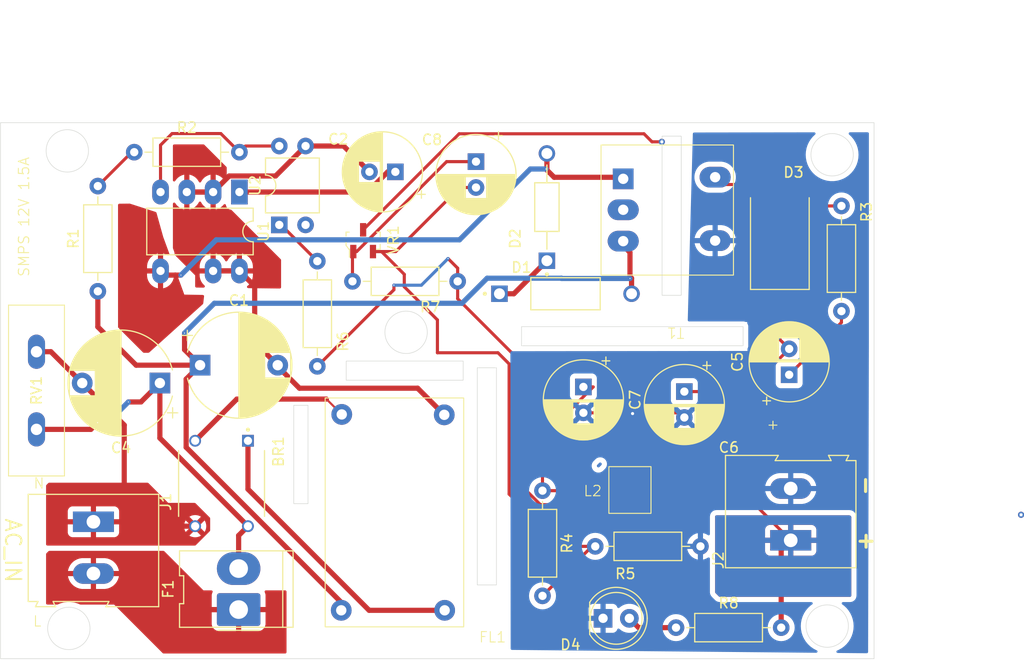
<source format=kicad_pcb>
(kicad_pcb (version 20240108) (generator "pcbnew") (generator_version "8.0")
  (layers (0 "F.Cu" signal) (31 "B.Cu" signal) (34 "B.Paste" user) (35 "F.Paste" user) (36 "B.SilkS" user "B.Silkscreen") (37 "F.SilkS" user "F.Silkscreen") (38 "B.Mask" user) (39 "F.Mask" user) (44 "Edge.Cuts" user))
  (net 0 "")
  (net 1 "EN{slash}UV")
  (net 2 "Net-(U1-BP)")
  (net 3 "Net-(T1-SA)")
  (net 4 "OUTPUT")
  (net 5 "Net-(R6-Pad1)")
  (net 6 "GND2")
  (net 7 "Net-(VR1-REF)")
  (net 8 "Net-(BR1-Pad4)")
  (net 9 "Net-(C5-Pad1)")
  (net 10 "Net-(D3-K)")
  (net 11 "VOUT")
  (net 12 "Net-(D3-A)")
  (net 13 "Net-(BR1-Pad2)")
  (net 14 "Net-(BR1-Pad1)")
  (net 15 "Net-(R1-Pad2)")
  (net 17 "AC_N")
  (net 18 "AC_L")
  (net 19 "Net-(D1-PadC)")
  (net 20 "Net-(D4-A)")
  (net 21 "source")
  (net 22 "Drain")
  (footprint "Capacitor_THT:CP_Radial_D7.5mm_P2.50mm" (layer "F.Cu") (at 105.325 135.45 90)
    (property "Reference" "C5" (at 1.25 -5 90) (layer "F.SilkS"))
    (property "Value" "470uF 50V")
    (pad "1" thru_hole rect (at 0 0 90) (size 1.6 1.6) (drill 0.8) (layers "*.Cu" "*.Mask") (net 9 "Net-(C5-Pad1)"))
    (pad "2" thru_hole circle (at 2.5 0 90) (size 1.6 1.6) (drill 0.8) (layers "*.Cu" "*.Mask") (net 10 "Net-(D3-K)"))
  )
  (footprint "Resistor_THT:R_Axial_DIN0207_L6.3mm_D2.5mm_P10.16mm_Horizontal" (layer "F.Cu") (at 86.595 152.025)
    (property "Reference" "R5" (at 2.905 2.65 0) (layer "F.SilkS"))
    (property "Value" "9.09k")
    (pad "1" thru_hole circle (at 0 0) (size 1.6 1.6) (drill 0.8) (layers "*.Cu" "*.Mask") (net 7 "Net-(VR1-REF)"))
    (pad "2" thru_hole oval (at 10.16 0) (size 1.6 1.6) (drill 0.8) (layers "*.Cu" "*.Mask") (net 6 "GND2"))
  )
  (footprint "P6KE200A:DIOAD1276W78L760D360" (layer "F.Cu") (at 83.722 127.625)
    (property "Reference" "D1" (at -4.25 -2.546 0) (layer "F.SilkS"))
    (property "Value" "P6KE200A")
    (pad "A" thru_hole circle (at 6.38 0) (size 1.59 1.59) (drill 1.06) (layers "*.Cu" "*.Mask") (net 3 "Net-(T1-SA)"))
    (pad "C" thru_hole rect (at -6.38 0) (size 1.59 1.59) (drill 1.06) (layers "*.Cu" "*.Mask") (net 19 "Net-(D1-PadC)"))
  )
  (footprint "Resistor_THT:R_Axial_DIN0207_L6.3mm_D2.5mm_P10.16mm_Horizontal" (layer "F.Cu") (at 38.55 127.385 90)
    (property "Reference" "R1" (at 5.08 -2.37 90) (layer "F.SilkS"))
    (property "Value" "1M")
    (pad "1" thru_hole circle (at 0 0 90) (size 1.6 1.6) (drill 0.8) (layers "*.Cu" "*.Mask") (net 3 "Net-(T1-SA)"))
    (pad "2" thru_hole oval (at 10.16 0 90) (size 1.6 1.6) (drill 0.8) (layers "*.Cu" "*.Mask") (net 15 "Net-(R1-Pad2)"))
  )
  (footprint "TerminalBlock:TerminalBlock_Altech_AK300-2_P5.00mm" (layer "F.Cu") (at 38.125 149.65 -90)
    (property "Reference" "J1" (at -1.92 -6.99 -90) (layer "F.SilkS"))
    (property "Value" "INPUT_AC" (hide yes))
    (pad "1" thru_hole rect (at 0 0 270) (size 1.98 3.96) (drill 1.32) (layers "*.Cu" "*.Mask") (net 17 "AC_N"))
    (pad "2" thru_hole oval (at 5 0 270) (size 1.98 3.96) (drill 1.32) (layers "*.Cu" "*.Mask") (net 18 "AC_L"))
  )
  (footprint "Resistor_THT:R_Axial_DIN0207_L6.3mm_D2.5mm_P10.16mm_Horizontal" (layer "F.Cu") (at 42.065 113.95)
    (property "Reference" "R2" (at 5.08 -2.37 0) (layer "F.SilkS"))
    (property "Value" "1M")
    (pad "1" thru_hole circle (at 0 0) (size 1.6 1.6) (drill 0.8) (layers "*.Cu" "*.Mask") (net 15 "Net-(R1-Pad2)"))
    (pad "2" thru_hole oval (at 10.16 0) (size 1.6 1.6) (drill 0.8) (layers "*.Cu" "*.Mask") (net 1 "EN{slash}UV"))
  )
  (footprint "Capacitor_THT:CP_Radial_D10.0mm_P7.50mm" (layer "F.Cu") (at 44.542677 136.25 180)
    (property "Reference" "C4" (at 3.75 -6.25 0) (layer "F.SilkS"))
    (property "Value" "22uF 400V")
    (pad "1" thru_hole rect (at 0 0 180) (size 2 2) (drill 1) (layers "*.Cu" "*.Mask") (net 8 "Net-(BR1-Pad4)"))
    (pad "2" thru_hole circle (at 7.5 0 180) (size 2 2) (drill 1) (layers "*.Cu" "*.Mask") (net 17 "AC_N"))
  )
  (footprint "Capacitor_THT:CP_Radial_D7.5mm_P2.50mm" (layer "F.Cu") (at 95.2 137.075 -90)
    (property "Reference" "C6" (at 5.4 -4.3 0) (layer "F.SilkS"))
    (property "Value" "1500uf 25V")
    (pad "1" thru_hole rect (at 0 0 270) (size 1.6 1.6) (drill 0.8) (layers "*.Cu" "*.Mask") (net 10 "Net-(D3-K)"))
    (pad "2" thru_hole circle (at 2.5 0 270) (size 1.6 1.6) (drill 0.8) (layers "*.Cu" "*.Mask") (net 6 "GND2"))
  )
  (footprint "Resistor_THT:R_Axial_DIN0207_L6.3mm_D2.5mm_P10.16mm_Horizontal" (layer "F.Cu") (at 94.395 159.875)
    (property "Reference" "R8" (at 5.08 -2.37 360) (layer "F.SilkS"))
    (property "Value" "588")
    (pad "1" thru_hole circle (at 0 0) (size 1.6 1.6) (drill 0.8) (layers "*.Cu" "*.Mask") (net 20 "Net-(D4-A)"))
    (pad "2" thru_hole oval (at 10.16 0) (size 1.6 1.6) (drill 0.8) (layers "*.Cu" "*.Mask") (net 11 "VOUT"))
  )
  (footprint "Resistor_THT:R_Axial_DIN0207_L6.3mm_D2.5mm_P10.16mm_Horizontal" (layer "F.Cu") (at 110.375 119.145 -90)
    (property "Reference" "R3" (at 0.58 -2.425 90) (layer "F.SilkS"))
    (property "Value" "22")
    (pad "1" thru_hole circle (at 0 0 270) (size 1.6 1.6) (drill 0.8) (layers "*.Cu" "*.Mask") (net 12 "Net-(D3-A)"))
    (pad "2" thru_hole oval (at 10.16 0 270) (size 1.6 1.6) (drill 0.8) (layers "*.Cu" "*.Mask") (net 9 "Net-(C5-Pad1)"))
  )
  (footprint "Diode_SMD:D_3220_8050Metric_Pad2.65x5.15mm_HandSolder" (layer "F.Cu") (at 104.425 122.35 90)
    (property "Reference" "D3" (at 6.45 1.325 180) (layer "F.SilkS"))
    (property "Value" "D_Schottky" (hide yes))
    (pad "1" smd roundrect (at -3.275 0 90) (size 2.65 5.15) (layers "F.Cu" "F.Paste" "F.Mask") (roundrect_rratio 0.09434) (net 10 "Net-(D3-K)"))
    (pad "2" smd roundrect (at 3.275 0 90) (size 2.65 5.15) (layers "F.Cu" "F.Paste" "F.Mask") (roundrect_rratio 0.09434) (net 12 "Net-(D3-A)"))
  )
  (footprint "DB107:DIP825W50P509L880H320Q4" (layer "F.Cu") (at 50.5 145.95 -90)
    (property "Reference" "BR1" (at -3.075 -5.5 90) (layer "F.SilkS"))
    (property "Value" "DB107")
    (pad "1" thru_hole rect (at -4.125 -2.55 270) (size 1.14 1.14) (drill 0.79) (layers "*.Cu" "*.Mask") (net 14 "Net-(BR1-Pad1)"))
    (pad "2" thru_hole circle (at -4.125 2.55 270) (size 1.14 1.14) (drill 0.79) (layers "*.Cu" "*.Mask") (net 13 "Net-(BR1-Pad2)"))
    (pad "3" thru_hole circle (at 4.125 2.55 270) (size 1.14 1.14) (drill 0.79) (layers "*.Cu" "*.Mask") (net 17 "AC_N"))
    (pad "4" thru_hole circle (at 4.125 -2.55 270) (size 1.14 1.14) (drill 0.79) (layers "*.Cu" "*.Mask") (net 8 "Net-(BR1-Pad4)"))
  )
  (footprint "Capacitor_THT:CP_Radial_D10.0mm_P7.50mm" (layer "F.Cu") (at 48.425 134.525)
    (property "Reference" "C1" (at 3.75 -6.25 0) (layer "F.SilkS"))
    (property "Value" "22uF 400V")
    (pad "1" thru_hole rect (at 0 0) (size 2 2) (drill 1) (layers "*.Cu" "*.Mask") (net 3 "Net-(T1-SA)"))
    (pad "2" thru_hole circle (at 7.5 0) (size 2 2) (drill 1) (layers "*.Cu" "*.Mask") (net 21 "source"))
  )
  (footprint "Resistor_THT:R_Axial_DIN0207_L6.3mm_D2.5mm_P10.16mm_Horizontal" (layer "F.Cu") (at 59.75 124.475 -90)
    (property "Reference" "R6" (at 7.76 -2.475 90) (layer "F.SilkS"))
    (property "Value" "133 1%")
    (pad "1" thru_hole circle (at 0 0 270) (size 1.6 1.6) (drill 0.8) (layers "*.Cu" "*.Mask") (net 5 "Net-(R6-Pad1)"))
    (pad "2" thru_hole oval (at 10.16 0 270) (size 1.6 1.6) (drill 0.8) (layers "*.Cu" "*.Mask") (net 10 "Net-(D3-K)"))
  )
  (footprint "Custom_parts:CD43 3.3uH 1A" (layer "F.Cu") (at 94.37 146.04 90)
    (property "Reference" "L2" (at -0.635 -8.02 0) (layer "F.SilkS") (effects (font (thickness 0.1))))
    (property "Value" "3.3uH 2.66A")
    (pad "1" smd roundrect (at -1.96 -4.42 90) (size 1.5 4) (layers "F.Cu" "F.Paste" "F.Mask") (net 10 "Net-(D3-K)"))
    (pad "2" smd roundrect (at 0.87 -4.42 90) (size 1.5 4) (layers "F.Cu" "F.Paste" "F.Mask") (net 11 "VOUT"))
  )
  (footprint "LED_THT:LED_D5.0mm" (layer "F.Cu") (at 87.35 158.975)
    (property "Reference" "D4" (at -3.15 2.55 360) (layer "F.SilkS"))
    (property "Value" "LED")
    (pad "1" thru_hole rect (at 0 0) (size 1.8 1.8) (drill 0.9) (layers "*.Cu" "*.Mask") (net 6 "GND2"))
    (pad "2" thru_hole circle (at 2.54 0) (size 1.8 1.8) (drill 0.9) (layers "*.Cu" "*.Mask") (net 20 "Net-(D4-A)"))
  )
  (footprint "Capacitor_THT:CP_Radial_D7.5mm_P2.50mm" (layer "F.Cu") (at 85.45 136.625 -90)
    (property "Reference" "C7" (at 1.25 -5 90) (layer "F.SilkS"))
    (property "Value" "100uf 25V")
    (pad "1" thru_hole rect (at 0 0 270) (size 1.6 1.6) (drill 0.8) (layers "*.Cu" "*.Mask") (net 11 "VOUT"))
    (pad "2" thru_hole circle (at 2.5 0 270) (size 1.6 1.6) (drill 0.8) (layers "*.Cu" "*.Mask") (net 6 "GND2"))
  )
  (footprint "Capacitor_THT:CP_Radial_D7.5mm_P2.50mm" (layer "F.Cu") (at 67.286395 115.85 180)
    (property "Reference" "C2" (at 5.511395 3.15 0) (layer "F.SilkS"))
    (property "Value" "0.1uF,16V")
    (pad "1" thru_hole rect (at 0 0 180) (size 1.6 1.6) (drill 0.8) (layers "*.Cu" "*.Mask") (net 2 "Net-(U1-BP)"))
    (pad "2" thru_hole circle (at 2.5 0 180) (size 1.6 1.6) (drill 0.8) (layers "*.Cu" "*.Mask") (net 21 "source"))
  )
  (footprint "MOV-14D471K:MOV14D471K" (layer "F.Cu") (at 32.625 136.975 -90)
    (property "Reference" "RV1" (at 0 0 90) (layer "F.SilkS"))
    (property "Value" "MOV-14D471K-275V")
    (pad "1" thru_hole oval (at -3.75 0 270) (size 3.3 1.65) (drill 1.1) (layers "*.Cu" "*.Mask") (net 17 "AC_N"))
    (pad "2" thru_hole oval (at 3.75 0 270) (size 3.3 1.65) (drill 1.1) (layers "*.Cu" "*.Mask") (net 8 "Net-(BR1-Pad4)"))
  )
  (footprint "Connector_Molex:Molex_KK-396_5273-02A_1x02_P3.96mm_Vertical" (layer "F.Cu") (at 52.15 158.13 90)
    (property "Reference" "F1" (at 1.98 -6.8 90) (layer "F.SilkS"))
    (property "Value" "1A 250VAC")
    (pad "1" thru_hole roundrect (at 0 0 90) (size 3.16 4.2) (drill 1.8) (layers "*.Cu" "*.Mask") (roundrect_rratio 0.079114) (net 18 "AC_L"))
    (pad "2" thru_hole oval (at 3.96 0 90) (size 3.16 4.2) (drill 1.8) (layers "*.Cu" "*.Mask") (net 8 "Net-(BR1-Pad4)"))
  )
  (footprint "Package_DIP:DIP-4_W7.62mm" (layer "F.Cu") (at 56.075 120.975 90)
    (property "Reference" "U2" (at 3.81 -2.33 90) (layer "F.SilkS"))
    (property "Value" "PC817")
    (pad "1" thru_hole rect (at 0 0 90) (size 1.6 1.6) (drill 0.8) (layers "*.Cu" "*.Mask") (net 5 "Net-(R6-Pad1)"))
    (pad "2" thru_hole oval (at 0 2.54 90) (size 1.6 1.6) (drill 0.8) (layers "*.Cu" "*.Mask") (net 4 "OUTPUT"))
    (pad "3" thru_hole oval (at 7.62 2.54 90) (size 1.6 1.6) (drill 0.8) (layers "*.Cu" "*.Mask") (net 21 "source"))
    (pad "4" thru_hole oval (at 7.62 0 90) (size 1.6 1.6) (drill 0.8) (layers "*.Cu" "*.Mask") (net 1 "EN{slash}UV"))
  )
  (footprint "Resistor_THT:R_Axial_DIN0207_L6.3mm_D2.5mm_P10.16mm_Horizontal" (layer "F.Cu") (at 73.305 126.425 180)
    (property "Reference" "R7" (at 2.655 -2.475 0) (layer "F.SilkS"))
    (property "Value" "1K")
    (pad "1" thru_hole circle (at 0 0 180) (size 1.6 1.6) (drill 0.8) (layers "*.Cu" "*.Mask") (net 10 "Net-(D3-K)"))
    (pad "2" thru_hole oval (at 10.16 0 180) (size 1.6 1.6) (drill 0.8) (layers "*.Cu" "*.Mask") (net 4 "OUTPUT"))
  )
  (footprint "CMF16-103161:CMF16-103161" (layer "F.Cu") (at 63.660888 126.650888 180)
    (property "Reference" "FL1" (at -13.014112 -34.149112 0) (layer "F.SilkS") (effects (font (thickness 0.1))))
    (property "Value" "CMF16-103161-B")
    (pad "1" thru_hole circle (at -8.35 -12.67 180) (size 2 2) (drill 1) (layers "*.Cu" "*.Mask") (net 21 "source"))
    (pad "2" thru_hole circle (at 1.55 -12.63 180) (size 2 2) (drill 1) (layers "*.Cu" "*.Mask") (net 13 "Net-(BR1-Pad2)"))
    (pad "3" thru_hole circle (at -8.39 -31.55 180) (size 2 2) (drill 1) (layers "*.Cu" "*.Mask") (net 14 "Net-(BR1-Pad1)"))
    (pad "4" thru_hole circle (at 1.6 -31.55 180) (size 2 2) (drill 1) (layers "*.Cu" "*.Mask") (net 3 "Net-(T1-SA)"))
  )
  (footprint "FR106G:DIOAD1036W78L470D235" (layer "F.Cu") (at 81.925 119.255 90)
    (property "Reference" "D2" (at -3.05 -3.06 90) (layer "F.SilkS"))
    (property "Value" "FR106G")
    (pad "A" thru_hole circle (at 5.18 0 90) (size 1.59 1.59) (drill 1.06) (layers "*.Cu" "*.Mask") (net 22 "Drain"))
    (pad "C" thru_hole rect (at -5.18 0 90) (size 1.59 1.59) (drill 1.06) (layers "*.Cu" "*.Mask") (net 19 "Net-(D1-PadC)"))
  )
  (footprint "digikey-footprints:SOT-23-3" (layer "F.Cu") (at 64.175 122.5 90)
    (property "Reference" "VR1" (at 0.075 2.925 90) (layer "F.SilkS"))
    (property "Value" "TL431AIDBZR" (hide yes))
    (pad "1" smd rect (at -1.05 -0.95 90) (size 1.3 0.6) (layers "F.Cu" "F.Paste" "F.Mask") (net 4 "OUTPUT"))
    (pad "2" smd rect (at -1.05 0.95 90) (size 1.3 0.6) (layers "F.Cu" "F.Paste" "F.Mask") (net 7 "Net-(VR1-REF)"))
    (pad "3" smd rect (at 1.05 0 90) (size 1.3 0.6) (layers "F.Cu" "F.Paste" "F.Mask") (net 6 "GND2"))
  )
  (footprint "TerminalBlock:TerminalBlock_Altech_AK300-2_P5.00mm" (layer "F.Cu") (at 105.475 151.44 90)
    (property "Reference" "J2" (at -1.92 -6.99 90) (layer "F.SilkS"))
    (property "Value" "OUTPUT_DC" (hide yes))
    (pad "1" thru_hole rect (at 0 0 90) (size 1.98 3.96) (drill 1.32) (layers "*.Cu" "*.Mask") (net 11 "VOUT"))
    (pad "2" thru_hole oval (at 5 0 90) (size 1.98 3.96) (drill 1.32) (layers "*.Cu" "*.Mask") (net 6 "GND2"))
  )
  (footprint "Package_DIP:PowerIntegrations_PDIP-8B" (layer "F.Cu") (at 52.225 117.8 -90)
    (property "Reference" "U1" (at 3.81 -2.33 90) (layer "F.SilkS"))
    (property "Value" "TNY268P" (hide yes))
    (pad "1" thru_hole rect (at 0 0 270) (size 2.4 1.6) (drill 0.8) (layers "*.Cu" "*.Mask") (net 2 "Net-(U1-BP)"))
    (pad "2" thru_hole oval (at 0 2.54 270) (size 2.4 1.6) (drill 0.8) (layers "*.Cu" "*.Mask") (net 21 "source"))
    (pad "3" thru_hole oval (at 0 5.08 270) (size 2.4 1.6) (drill 0.8) (layers "*.Cu" "*.Mask") (net 21 "source"))
    (pad "4" thru_hole oval (at 0 7.62 270) (size 2.4 1.6) (drill 0.8) (layers "*.Cu" "*.Mask") (net 1 "EN{slash}UV"))
    (pad "5" thru_hole oval (at 7.62 7.62 270) (size 2.4 1.6) (drill 0.8) (layers "*.Cu" "*.Mask") (net 22 "Drain"))
    (pad "7" thru_hole oval (at 7.62 2.54 270) (size 2.4 1.6) (drill 0.8) (layers "*.Cu" "*.Mask") (net 21 "source"))
    (pad "8" thru_hole oval (at 7.62 0 270) (size 2.4 1.6) (drill 0.8) (layers "*.Cu" "*.Mask") (net 21 "source"))
  )
  (footprint "Transformer_THT:EE16-A2" (layer "F.Cu") (at 94.355 130.895 180)
    (property "Reference" "T1" (at 0 -0.5 180) (layer "F.SilkS") (effects (font (thickness 0.1))))
    (property "Value" "Transformer_1P_SS")
    (pad "1" thru_hole oval (at -3.82 8.4 180) (size 3 2) (drill 1) (layers "*.Cu" "*.Mask") (net 6 "GND2"))
    (pad "2" thru_hole oval (at -3.82 14.53 180) (size 3 2) (drill 1) (layers "*.Cu" "*.Mask") (net 12 "Net-(D3-A)"))
    (pad "3" thru_hole oval (at 5.06 8.35 180) (size 3 2) (drill 1) (layers "*.Cu" "*.Mask") (net 3 "Net-(T1-SA)"))
    (pad "4" thru_hole oval (at 5.06 11.38 180) (size 3 2) (drill 1) (layers "*.Cu" "*.Mask"))
    (pad "5" thru_hole rect (at 5.06 14.37 180) (size 2 2) (drill 1) (layers "*.Cu" "*.Mask") (net 22 "Drain"))
  )
  (footprint "Resistor_THT:R_Axial_DIN0207_L6.3mm_D2.5mm_P10.16mm_Horizontal" (layer "F.Cu") (at 81.5 146.645 -90)
    (property "Reference" "R4" (at 5.08 -2.37 90) (layer "F.SilkS"))
    (property "Value" "23.75k")
    (pad "1" thru_hole circle (at 0 0 270) (size 1.6 1.6) (drill 0.8) (layers "*.Cu" "*.Mask") (net 11 "VOUT"))
    (pad "2" thru_hole oval (at 10.16 0 270) (size 1.6 1.6) (drill 0.8) (layers "*.Cu" "*.Mask") (net 7 "Net-(VR1-REF)"))
  )
  (footprint "Capacitor_THT:CP_Radial_D7.5mm_P2.50mm" (layer "F.Cu") (at 75.075 114.863605 -90)
    (property "Reference" "C8" (at -2.113605 4.25 180) (layer "F.SilkS"))
    (property "Value" "C")
    (pad "1" thru_hole rect (at 0 0 270) (size 1.6 1.6) (drill 0.8) (layers "*.Cu" "*.Mask") (net 4 "OUTPUT"))
    (pad "2" thru_hole circle (at 2.5 0 270) (size 1.6 1.6) (drill 0.8) (layers "*.Cu" "*.Mask") (net 7 "Net-(VR1-REF)"))
  )
  (gr_rect (start 62.5375 134.125) (end 73.8375 135.9754) (stroke (width 0.05)) (fill none) (layer "Edge.Cuts"))
  (gr_circle (center 35.6 113.825) (end 33.8 114.8) (stroke (width 0.05)) (fill none) (layer "Edge.Cuts"))
  (gr_circle (center 109 159.725) (end 107.2 160.7) (stroke (width 0.05)) (fill none) (layer "Edge.Cuts"))
  (gr_rect (start 79.475 130.7996) (end 100.875 132.65) (stroke (width 0.05)) (fill none) (layer "Edge.Cuts"))
  (gr_rect (start 57.4748 138.4) (end 58.85 147.9) (stroke (width 0.05)) (fill none) (layer "Edge.Cuts"))
  (gr_rect (start 75.2 134.775) (end 77.0504 155.75) (stroke (width 0.05)) (fill none) (layer "Edge.Cuts"))
  (gr_rect (start 93.0498 112.4) (end 94.9002 127.775) (stroke (width 0.05)) (fill none) (layer "Edge.Cuts"))
  (gr_circle (center 35.75 159.95) (end 33.95 160.925) (stroke (width 0.05)) (fill none) (layer "Edge.Cuts"))
  (gr_circle (center 68.325 131.35) (end 66.525 132.325) (stroke (width 0.05)) (fill none) (layer "Edge.Cuts"))
  (gr_rect (start 29.15 111.1) (end 113.525 162.875) (stroke (width 0.05)) (fill none) (layer "Edge.Cuts"))
  (gr_circle (center 109.475 114.2) (end 107.675 115.175) (stroke (width 0.05)) (fill none) (layer "Edge.Cuts"))
  (gr_text "L" (at 32.225 159.85 0) (layer "F.SilkS") (effects (font (size 1 1) (thickness 0.1)) (justify left bottom)))
  (gr_text "+" (at 111.625 152.3 0) (layer "F.SilkS") (effects (font (size 1.5 1.5) (thickness 0.3) (bold yes)) (justify left bottom)))
  (gr_text "SMPS 12V 1.5A" (at 32 126.05 90) (layer "F.SilkS") (effects (font (size 1 1) (thickness 0.1)) (justify left bottom)))
  (gr_text "N" (at 32.275 146.525 0) (layer "F.SilkS") (effects (font (size 1 1) (thickness 0.1)) (justify left bottom)))
  (gr_text "AC_IN" (at 29.475 149.2 -90) (layer "F.SilkS") (effects (font (size 1.5 1.5) (thickness 0.1875)) (justify left bottom)))
  (gr_text "-" (at 113.475 147.275 90) (layer "F.SilkS") (effects (font (size 1.5 1.5) (thickness 0.3) (bold yes)) (justify left bottom)))
  (gr_text "+" (at 103.075 140.825 0) (layer "F.SilkS") (effects (font (size 1 1) (thickness 0.1)) (justify left bottom)))
  (via (at 127.725 148.975) (size 0.6) (drill 0.3) (layers "F.Cu" "B.Cu") (net 0))
  (segment (start 86.9 144.25) (end 87.075 144.075) (width 0.3) (layer "B.Cu") (net 0))
  (segment (start 52.82 113.355) (end 52.225 113.95) (width 0.3) (layer "F.Cu") (net 1))
  (segment (start 56.075 113.355) (end 52.82 113.355) (width 0.3) (layer "F.Cu") (net 1))
  (segment (start 45.725 112.15) (end 50.425 112.15) (width 0.3) (layer "F.Cu") (net 1))
  (segment (start 44.605 117.8) (end 44.605 113.27) (width 0.3) (layer "F.Cu") (net 1))
  (segment (start 50.425 112.15) (end 52.225 113.95) (width 0.3) (layer "F.Cu") (net 1))
  (segment (start 44.605 113.27) (end 45.725 112.15) (width 0.3) (layer "F.Cu") (net 1))
  (segment (start 52.225 117.8) (end 64.604162 117.8) (width 0.5) (layer "F.Cu") (net 2))
  (segment (start 66.554162 115.85) (end 67.286395 115.85) (width 0.5) (layer "F.Cu") (net 2))
  (segment (start 64.604162 117.8) (end 66.554162 115.85) (width 0.5) (layer "F.Cu") (net 2))
  (segment (start 90.102 127.625) (end 90.102 126.127) (width 0.5) (layer "F.Cu") (net 3))
  (segment (start 47.08 135.87) (end 47.08 142.455) (width 0.5) (layer "F.Cu") (net 3))
  (segment (start 90.102 126.127) (end 89.95 125.975) (width 0.5) (layer "F.Cu") (net 3))
  (segment (start 89.95 125.975) (end 89.95 123.635) (width 0.5) (layer "F.Cu") (net 3))
  (segment (start 46.925 131.425) (end 46.925 133.025) (width 0.5) (layer "F.Cu") (net 3))
  (segment (start 42.25 134.525) (end 48.425 134.525) (width 0.5) (layer "F.Cu") (net 3))
  (segment (start 89.95 123.635) (end 89.295 122.98) (width 0.5) (layer "F.Cu") (net 3))
  (segment (start 62.060888 157.435888) (end 62.060888 158.200888) (width 0.2) (layer "F.Cu") (net 3))
  (segment (start 89.95 126.15) (end 89.95 125.975) (width 0.5) (layer "F.Cu") (net 3))
  (segment (start 47.08 142.455) (end 62.060888 157.435888) (width 0.5) (layer "F.Cu") (net 3))
  (segment (start 38.55 127.385) (end 38.55 130.825) (width 0.5) (layer "F.Cu") (net 3))
  (segment (start 89.295 122.98) (end 89.295 122.545) (width 0.5) (layer "F.Cu") (net 3))
  (segment (start 38.55 130.825) (end 42.25 134.525) (width 0.5) (layer "F.Cu") (net 3))
  (segment (start 46.925 133.025) (end 48.425 134.525) (width 0.5) (layer "F.Cu") (net 3))
  (segment (start 48.425 134.525) (end 47.08 135.87) (width 0.5) (layer "F.Cu") (net 3))
  (via micro (at 89.95 126.15) (size 0.3) (drill 0.1) (layers "F.Cu" "B.Cu") (net 3))
  (via micro (at 46.925 131.425) (size 0.3) (drill 0.1) (layers "F.Cu" "B.Cu") (net 3))
  (segment (start 83.35 126.15) (end 83.325 126.125) (width 0.5) (layer "B.Cu") (net 3))
  (segment (start 89.95 126.15) (end 83.35 126.15) (width 0.5) (layer "B.Cu") (net 3))
  (segment (start 76.15 126.125) (end 73.728894 128.546106) (width 0.5) (layer "B.Cu") (net 3))
  (segment (start 73.728894 128.546106) (end 49.803894 128.546106) (width 0.5) (layer "B.Cu") (net 3))
  (segment (start 83.325 126.125) (end 76.15 126.125) (width 0.5) (layer "B.Cu") (net 3))
  (segment (start 49.803894 128.546106) (end 46.925 131.425) (width 0.5) (layer "B.Cu") (net 3))
  (segment (start 63.145 126.425) (end 63.145 123.63) (width 0.3) (layer "F.Cu") (net 4))
  (segment (start 63.145 123.63) (end 63.225 123.55) (width 0.3) (layer "F.Cu") (net 4))
  (segment (start 72.236395 114.863605) (end 75.075 114.863605) (width 0.3) (layer "F.Cu") (net 4))
  (segment (start 63.225 123.55) (end 63.55 123.55) (width 0.3) (layer "F.Cu") (net 4))
  (segment (start 63.55 123.55) (end 72.236395 114.863605) (width 0.3) (layer "F.Cu") (net 4))
  (segment (start 59.75 124.475) (end 56.25 120.975) (width 0.3) (layer "F.Cu") (net 5))
  (segment (start 56.25 120.975) (end 56.075 120.975) (width 0.5) (layer "F.Cu") (net 5))
  (segment (start 90.125 139.125) (end 90.2 139.2) (width 0.3) (layer "F.Cu") (net 6))
  (segment (start 92.075 112.95) (end 91.3 112.175) (width 0.3) (layer "F.Cu") (net 6))
  (segment (start 85.45 139.125) (end 90.125 139.125) (width 0.3) (layer "F.Cu") (net 6))
  (segment (start 90.275 139.125) (end 94.75 139.125) (width 0.3) (layer "F.Cu") (net 6))
  (segment (start 73.45 112.175) (end 64.175 121.45) (width 0.3) (layer "F.Cu") (net 6))
  (segment (start 91.3 112.175) (end 73.45 112.175) (width 0.3) (layer "F.Cu") (net 6))
  (segment (start 90.2 139.2) (end 90.275 139.125) (width 0.3) (layer "F.Cu") (net 6))
  (segment (start 94.75 139.125) (end 95.2 139.575) (width 0.3) (layer "F.Cu") (net 6))
  (segment (start 93.025 112.95) (end 92.075 112.95) (width 0.3) (layer "F.Cu") (net 6))
  (via (at 93.025 112.95) (size 0.6) (drill 0.3) (layers "F.Cu" "B.Cu") (net 6))
  (via (at 90.2 139.2) (size 0.6) (drill 0.3) (layers "F.Cu" "B.Cu") (net 6))
  (segment (start 71.35 130.151472) (end 68.15 126.951472) (width 0.3) (layer "F.Cu") (net 7))
  (segment (start 78.2754 134.4004) (end 77.2 133.325) (width 0.3) (layer "F.Cu") (net 7))
  (segment (start 81.5 156.805) (end 86.28 152.025) (width 0.3) (layer "F.Cu") (net 7))
  (segment (start 71.35 133.325) (end 71.35 130.151472) (width 0.3) (layer "F.Cu") (net 7))
  (segment (start 86.28 152.025) (end 86.595 152.025) (width 0.3) (layer "F.Cu") (net 7))
  (segment (start 73.511395 117.363605) (end 67.325 123.55) (width 0.3) (layer "F.Cu") (net 7))
  (segment (start 77.2 133.325) (end 71.35 133.325) (width 0.3) (layer "F.Cu") (net 7))
  (segment (start 65.95 123.55) (end 65.125 123.55) (width 0.3) (layer "F.Cu") (net 7))
  (segment (start 83.325 152.025) (end 78.2754 146.9754) (width 0.3) (layer "F.Cu") (net 7))
  (segment (start 78.2754 146.9754) (end 78.2754 134.4004) (width 0.3) (layer "F.Cu") (net 7))
  (segment (start 86.595 152.025) (end 83.325 152.025) (width 0.3) (layer "F.Cu") (net 7))
  (segment (start 68.15 125.75) (end 65.95 123.55) (width 0.3) (layer "F.Cu") (net 7))
  (segment (start 68.15 126.951472) (end 68.15 125.75) (width 0.3) (layer "F.Cu") (net 7))
  (segment (start 67.325 123.55) (end 65.125 123.55) (width 0.3) (layer "F.Cu") (net 7))
  (segment (start 75.075 117.363605) (end 73.511395 117.363605) (width 0.3) (layer "F.Cu") (net 7))
  (segment (start 52.15 150.975) (end 53.05 150.075) (width 0.5) (layer "F.Cu") (net 8))
  (segment (start 44.542677 141.567677) (end 44.542677 136.25) (width 0.5) (layer "F.Cu") (net 8))
  (segment (start 41.5 138.075) (end 42.717677 138.075) (width 0.5) (layer "F.Cu") (net 8))
  (segment (start 42.717677 138.075) (end 44.542677 136.25) (width 0.5) (layer "F.Cu") (net 8))
  (segment (start 32.625 140.725) (end 37.875 140.725) (width 0.5) (layer "F.Cu") (net 8))
  (segment (start 53.05 150.075) (end 44.542677 141.567677) (width 0.5) (layer "F.Cu") (net 8))
  (segment (start 52.15 154.17) (end 52.15 150.975) (width 0.5) (layer "F.Cu") (net 8))
  (segment (start 37.875 140.725) (end 38.525 140.075) (width 0.5) (layer "F.Cu") (net 8))
  (via micro (at 41.5 138.075) (size 0.3) (drill 0.1) (layers "F.Cu" "B.Cu") (net 8))
  (via micro (at 38.525 140.075) (size 0.3) (drill 0.1) (layers "F.Cu" "B.Cu") (net 8))
  (segment (start 38.525 140.075) (end 39.5 140.075) (width 0.5) (layer "B.Cu") (net 8))
  (segment (start 39.5 140.075) (end 41.5 138.075) (width 0.5) (layer "B.Cu") (net 8))
  (segment (start 110.375 130.4) (end 110.375 129.305) (width 0.3) (layer "F.Cu") (net 9))
  (segment (start 105.325 135.45) (end 110.375 130.4) (width 0.3) (layer "F.Cu") (net 9))
  (segment (start 73.305 128.105) (end 73.305 126.425) (width 0.3) (layer "F.Cu") (net 10))
  (segment (start 72.375 124.225) (end 73.305 125.155) (width 0.3) (layer "F.Cu") (net 10))
  (segment (start 79.475 146.175635) (end 79.475 134.275) (width 0.3) (layer "F.Cu") (net 10))
  (segment (start 105.325 132.95) (end 101.2 137.075) (width 0.3) (layer "F.Cu") (net 10))
  (segment (start 104.425 125.625) (end 104.425 132.05) (width 0.3) (layer "F.Cu") (net 10))
  (segment (start 73.305 125.155) (end 73.305 126.425) (width 0.3) (layer "F.Cu") (net 10))
  (segment (start 101.2 137.075) (end 95.2 137.075) (width 0.3) (layer "F.Cu") (net 10))
  (segment (start 89.95 148) (end 81.299365 148) (width 0.3) (layer "F.Cu") (net 10))
  (segment (start 79.475 134.275) (end 73.305 128.105) (width 0.3) (layer "F.Cu") (net 10))
  (segment (start 81.299365 148) (end 79.475 146.175635) (width 0.3) (layer "F.Cu") (net 10))
  (segment (start 59.75 134.635) (end 67.15 127.235) (width 0.3) (layer "F.Cu") (net 10))
  (segment (start 104.425 132.05) (end 105.325 132.95) (width 0.3) (layer "F.Cu") (net 10))
  (segment (start 67.15 127.235) (end 67.15 126.8) (width 0.3) (layer "F.Cu") (net 10))
  (via micro (at 67.15 126.8) (size 0.3) (drill 0.1) (layers "F.Cu" "B.Cu") (net 10))
  (via micro (at 72.375 124.225) (size 0.3) (drill 0.1) (layers "F.Cu" "B.Cu") (net 10))
  (segment (start 67.15 126.8) (end 69.8 126.8) (width 0.3) (layer "B.Cu") (net 10))
  (segment (start 69.8 126.8) (end 72.375 124.225) (width 0.3) (layer "B.Cu") (net 10))
  (segment (start 85.45 136.625) (end 86.394365 136.625) (width 0.3) (layer "F.Cu") (net 11))
  (segment (start 86.394365 136.625) (end 81.5 141.519365) (width 0.3) (layer "F.Cu") (net 11))
  (segment (start 88.475 146.645) (end 89.95 145.17) (width 0.3) (layer "F.Cu") (net 11))
  (segment (start 104.555 159.875) (end 104.555 152.36) (width 0.5) (layer "F.Cu") (net 11))
  (segment (start 81.5 146.645) (end 88.475 146.645) (width 0.3) (layer "F.Cu") (net 11))
  (segment (start 89.95 145.17) (end 99.205 145.17) (width 0.3) (layer "F.Cu") (net 11))
  (segment (start 81.5 141.519365) (end 81.5 146.645) (width 0.3) (layer "F.Cu") (net 11))
  (segment (start 99.205 145.17) (end 105.475 151.44) (width 0.3) (layer "F.Cu") (net 11))
  (segment (start 104.555 152.36) (end 105.475 151.44) (width 0.5) (layer "F.Cu") (net 11))
  (segment (start 102.425 117.075) (end 104.425 119.075) (width 0.3) (layer "F.Cu") (net 12))
  (segment (start 110.375 119.145) (end 104.495 119.145) (width 0.3) (layer "F.Cu") (net 12))
  (segment (start 98.175 116.365) (end 98.885 117.075) (width 0.3) (layer "F.Cu") (net 12))
  (segment (start 98.885 117.075) (end 102.425 117.075) (width 0.3) (layer "F.Cu") (net 12))
  (segment (start 104.495 119.145) (end 104.425 119.075) (width 0.3) (layer "F.Cu") (net 12))
  (segment (start 51.975 137.8) (end 60.63 137.8) (width 0.5) (layer "F.Cu") (net 13))
  (segment (start 60.63 137.8) (end 62.110888 139.280888) (width 0.2) (layer "F.Cu") (net 13))
  (segment (start 47.95 141.825) (end 51.975 137.8) (width 0.5) (layer "F.Cu") (net 13))
  (segment (start 72.050888 158.200888) (end 64.750888 158.200888) (width 0.5) (layer "F.Cu") (net 14))
  (segment (start 53.05 146.5) (end 53.05 141.825) (width 0.5) (layer "F.Cu") (net 14))
  (segment (start 64.750888 158.200888) (end 53.05 146.5) (width 0.5) (layer "F.Cu") (net 14))
  (segment (start 41.825 113.95) (end 42.065 113.95) (width 0.3) (layer "F.Cu") (net 15))
  (segment (start 38.55 117.225) (end 41.825 113.95) (width 0.3) (layer "F.Cu") (net 15))
  (segment (start 34.017677 133.225) (end 37.042677 136.25) (width 0.5) (layer "F.Cu") (net 17))
  (segment (start 47.95 150.075) (end 41.275 150.075) (width 0.5) (layer "F.Cu") (net 17))
  (segment (start 41.1 140.307323) (end 37.042677 136.25) (width 0.5) (layer "F.Cu") (net 17))
  (segment (start 41.275 150.075) (end 41.1 149.9) (width 0.2) (layer "F.Cu") (net 17))
  (segment (start 41.1 149.9) (end 41.1 140.307323) (width 0.5) (layer "F.Cu") (net 17))
  (segment (start 32.625 133.225) (end 34.017677 133.225) (width 0.5) (layer "F.Cu") (net 17))
  (segment (start 52.15 158.13) (end 45.83 158.13) (width 0.5) (layer "F.Cu") (net 18))
  (segment (start 45.83 158.13) (end 41.1 153.4) (width 0.5) (layer "F.Cu") (net 18))
  (segment (start 77.342 127.625) (end 78.735 127.625) (width 0.5) (layer "F.Cu") (net 19))
  (segment (start 78.735 127.625) (end 81.925 124.435) (width 0.5) (layer "F.Cu") (net 19))
  (segment (start 90.79 159.875) (end 89.89 158.975) (width 0.5) (layer "F.Cu") (net 20))
  (segment (start 94.395 159.875) (end 90.79 159.875) (width 0.5) (layer "F.Cu") (net 20))
  (segment (start 55.925 134.525) (end 53.7 132.3) (width 0.5) (layer "F.Cu") (net 21))
  (segment (start 69.44 136.75) (end 58.025 136.75) (width 0.5) (layer "F.Cu") (net 21))
  (segment (start 49.685 117.8) (end 51.235 116.25) (width 0.5) (layer "F.Cu") (net 21))
  (segment (start 58.615 113.355) (end 62.291395 113.355) (width 0.5) (layer "F.Cu") (net 21))
  (segment (start 51.235 116.25) (end 55.72 116.25) (width 0.5) (layer "F.Cu") (net 21))
  (segment (start 58.025 136.75) (end 55.925 134.65) (width 0.5) (layer "F.Cu") (net 21))
  (segment (start 72.010888 139.320888) (end 69.44 136.75) (width 0.5) (layer "F.Cu") (net 21))
  (segment (start 49.685 125.42) (end 52.225 125.42) (width 0.5) (layer "F.Cu") (net 21))
  (segment (start 47.145 117.8) (end 49.685 117.8) (width 0.5) (layer "F.Cu") (net 21))
  (segment (start 53.7 126.895) (end 52.225 125.42) (width 0.5) (layer "F.Cu") (net 21))
  (segment (start 55.72 116.25) (end 58.615 113.355) (width 0.5) (layer "F.Cu") (net 21))
  (segment (start 53.7 132.3) (end 53.7 126.895) (width 0.5) (layer "F.Cu") (net 21))
  (segment (start 62.291395 113.355) (end 64.786395 115.85) (width 0.5) (layer "F.Cu") (net 21))
  (segment (start 55.925 134.65) (end 55.925 134.525) (width 0.5) (layer "F.Cu") (net 21))
  (segment (start 45.01 125.825) (end 44.605 125.42) (width 0.5) (layer "F.Cu") (net 22))
  (segment (start 81.925 115.475) (end 81.925 114.075) (width 0.5) (layer "F.Cu") (net 22))
  (segment (start 46.575 125.825) (end 45.01 125.825) (width 0.5) (layer "F.Cu") (net 22))
  (segment (start 89.145 116.375) (end 89.295 116.525) (width 0.5) (layer "F.Cu") (net 22))
  (segment (start 81.825 115.575) (end 81.925 115.475) (width 0.5) (layer "F.Cu") (net 22))
  (segment (start 82.625 116.375) (end 89.145 116.375) (width 0.5) (layer "F.Cu") (net 22))
  (segment (start 81.825 115.575) (end 82.625 116.375) (width 0.5) (layer "F.Cu") (net 22))
  (via micro (at 81.825 115.575) (size 0.3) (drill 0.1) (layers "F.Cu" "B.Cu") (net 22))
  (via micro (at 46.575 125.825) (size 0.3) (drill 0.1) (layers "F.Cu" "B.Cu") (net 22))
  (segment (start 73.485 122.415) (end 49.985 122.415) (width 0.5) (layer "B.Cu") (net 22))
  (segment (start 80.325 115.575) (end 73.485 122.415) (width 0.5) (layer "B.Cu") (net 22))
  (segment (start 81.825 115.575) (end 80.325 115.575) (width 0.5) (layer "B.Cu") (net 22))
  (segment (start 49.985 122.415) (end 46.575 125.825) (width 0.5) (layer "B.Cu") (net 22))
  (zone (net 21) (net_name "source") (layer "F.Cu") (priority 4) (connect_pads (clearance 0.5)) (min_thickness 0.25) (fill yes (thermal_gap 0.5) (thermal_bridge_width 0.5))
    (polygon (pts (xy 47.95 127.025) (xy 56.25 127.121887) (xy 56.25 124.325) (xy 51 119.075) (xy 51 115.4) (xy 48.8 113.2) (xy 45.8 113.2) (xy 45.8 123.7) (xy 47.95 125.85)))
  )
  (zone (net 18) (net_name "AC_L") (layer "F.Cu") (priority 2) (connect_pads (clearance 0.5)) (min_thickness 0.25) (fill yes (thermal_gap 0.5) (thermal_bridge_width 0.5))
    (polygon (pts (xy 56.775 156.275) (xy 56.775 162.3) (xy 56.575 162.5) (xy 44.975 162.5) (xy 40.125 157.65) (xy 33.55 157.65) (xy 33.55 152.725) (xy 33.9 152.375) (xy 44.85 152.375) (xy 48.75 156.275)))
  )
  (zone (net 22) (net_name "Drain") (layer "F.Cu") (priority 5) (connect_pads (clearance 0.5)) (min_thickness 0.25) (fill yes (thermal_gap 0.5) (thermal_bridge_width 0.5))
    (polygon (pts (xy 46.903873 127.709354) (xy 44.863997 122.131239) (xy 44.197647 119.744778) (xy 41.63981 118.917916) (xy 40.501245 118.929668) (xy 40.501245 130.879668) (xy 42.951245 133.329668) (xy 43.476245 133.329668) (xy 48.726245 128.6) (xy 48.826984 127.740031)))
  )
  (zone (net 17) (net_name "AC_N") (layer "F.Cu") (priority 3) (connect_pads (clearance 0.5)) (min_thickness 0.25) (fill yes (thermal_gap 0.5) (thermal_bridge_width 0.5))
    (polygon (pts (xy 33.55 146.125) (xy 33.55 151.95) (xy 47.975 151.95) (xy 49.4 150.525) (xy 49.4 149.275) (xy 47.95 147.825) (xy 45.35 147.825) (xy 43.4 145.875) (xy 33.8 145.875)))
  )
  (zone (net 11) (net_name "VOUT") (layer "F.Cu") (priority 1) (connect_pads (clearance 0.5)) (min_thickness 0.25) (fill yes (thermal_gap 0.5) (thermal_bridge_width 0.5))
    (polygon (pts (xy 111.2 149.025) (xy 98.225 149.025) (xy 98.175 148.975) (xy 98.175 156.5) (xy 98.575 156.9) (xy 111.325 156.9) (xy 111.325 149.15)))
  )
  (zone (net 6) (net_name "GND2") (layer "B.Cu") (connect_pads (clearance 0.5)) (min_thickness 0.25) (fill yes (thermal_gap 0.5) (thermal_bridge_width 0.5))
    (polygon (pts (xy 96.025 112.05) (xy 95.525 130.35) (xy 101.275 130.35) (xy 101.3 133.15) (xy 78.4 133.175) (xy 78.425 162.025) (xy 112.95 162.35) (xy 113.075 112.025)))
  )
  (zone (net 11) (net_name "VOUT") (layer "B.Cu") (priority 1) (connect_pads (clearance 0.5)) (min_thickness 0.25) (fill yes (thermal_gap 0.5) (thermal_bridge_width 0.5))
    (polygon (pts (xy 111.2 149.025) (xy 98.225 149.025) (xy 98.175 148.975) (xy 98.175 156.5) (xy 98.575 156.9) (xy 111.325 156.9) (xy 111.325 149.15)))
  )
)
</source>
